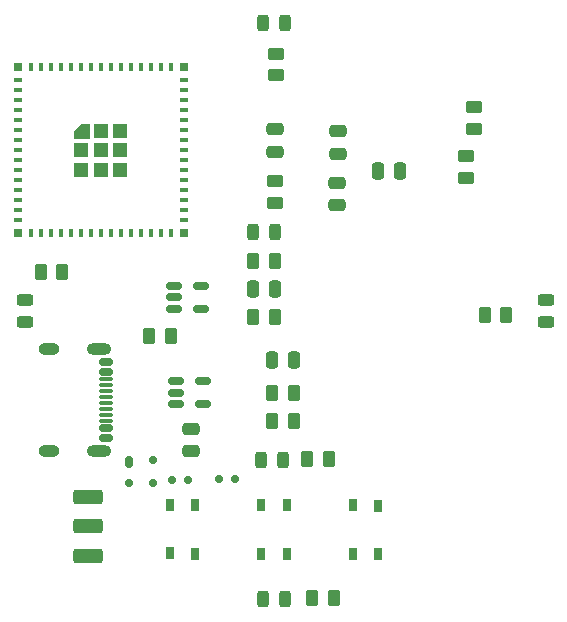
<source format=gbr>
%TF.GenerationSoftware,KiCad,Pcbnew,8.0.1*%
%TF.CreationDate,2024-05-04T10:24:30-07:00*%
%TF.ProjectId,schematic,73636865-6d61-4746-9963-2e6b69636164,rev?*%
%TF.SameCoordinates,Original*%
%TF.FileFunction,Paste,Top*%
%TF.FilePolarity,Positive*%
%FSLAX46Y46*%
G04 Gerber Fmt 4.6, Leading zero omitted, Abs format (unit mm)*
G04 Created by KiCad (PCBNEW 8.0.1) date 2024-05-04 10:24:30*
%MOMM*%
%LPD*%
G01*
G04 APERTURE LIST*
G04 Aperture macros list*
%AMRoundRect*
0 Rectangle with rounded corners*
0 $1 Rounding radius*
0 $2 $3 $4 $5 $6 $7 $8 $9 X,Y pos of 4 corners*
0 Add a 4 corners polygon primitive as box body*
4,1,4,$2,$3,$4,$5,$6,$7,$8,$9,$2,$3,0*
0 Add four circle primitives for the rounded corners*
1,1,$1+$1,$2,$3*
1,1,$1+$1,$4,$5*
1,1,$1+$1,$6,$7*
1,1,$1+$1,$8,$9*
0 Add four rect primitives between the rounded corners*
20,1,$1+$1,$2,$3,$4,$5,0*
20,1,$1+$1,$4,$5,$6,$7,0*
20,1,$1+$1,$6,$7,$8,$9,0*
20,1,$1+$1,$8,$9,$2,$3,0*%
G04 Aperture macros list end*
%ADD10C,0.010000*%
%ADD11RoundRect,0.250000X0.475000X-0.250000X0.475000X0.250000X-0.475000X0.250000X-0.475000X-0.250000X0*%
%ADD12RoundRect,0.175000X-0.175000X-0.325000X0.175000X-0.325000X0.175000X0.325000X-0.175000X0.325000X0*%
%ADD13RoundRect,0.150000X-0.200000X-0.150000X0.200000X-0.150000X0.200000X0.150000X-0.200000X0.150000X0*%
%ADD14RoundRect,0.243750X0.243750X0.456250X-0.243750X0.456250X-0.243750X-0.456250X0.243750X-0.456250X0*%
%ADD15RoundRect,0.250000X-0.450000X0.262500X-0.450000X-0.262500X0.450000X-0.262500X0.450000X0.262500X0*%
%ADD16RoundRect,0.150000X-0.512500X-0.150000X0.512500X-0.150000X0.512500X0.150000X-0.512500X0.150000X0*%
%ADD17RoundRect,0.250000X0.262500X0.450000X-0.262500X0.450000X-0.262500X-0.450000X0.262500X-0.450000X0*%
%ADD18R,0.650000X1.050000*%
%ADD19RoundRect,0.250000X-1.000000X0.375000X-1.000000X-0.375000X1.000000X-0.375000X1.000000X0.375000X0*%
%ADD20RoundRect,0.250000X-0.475000X0.250000X-0.475000X-0.250000X0.475000X-0.250000X0.475000X0.250000X0*%
%ADD21RoundRect,0.150000X0.150000X0.200000X-0.150000X0.200000X-0.150000X-0.200000X0.150000X-0.200000X0*%
%ADD22RoundRect,0.150000X-0.425000X0.150000X-0.425000X-0.150000X0.425000X-0.150000X0.425000X0.150000X0*%
%ADD23RoundRect,0.075000X-0.500000X0.075000X-0.500000X-0.075000X0.500000X-0.075000X0.500000X0.075000X0*%
%ADD24O,2.100000X1.000000*%
%ADD25O,1.800000X1.000000*%
%ADD26RoundRect,0.250000X-0.250000X-0.475000X0.250000X-0.475000X0.250000X0.475000X-0.250000X0.475000X0*%
%ADD27RoundRect,0.250000X-0.262500X-0.450000X0.262500X-0.450000X0.262500X0.450000X-0.262500X0.450000X0*%
%ADD28RoundRect,0.243750X0.456250X-0.243750X0.456250X0.243750X-0.456250X0.243750X-0.456250X-0.243750X0*%
%ADD29R,0.800000X0.400000*%
%ADD30R,0.400000X0.800000*%
%ADD31R,1.200000X1.200000*%
%ADD32R,0.800000X0.800000*%
%ADD33RoundRect,0.150000X-0.150000X-0.200000X0.150000X-0.200000X0.150000X0.200000X-0.150000X0.200000X0*%
%ADD34RoundRect,0.250000X0.450000X-0.262500X0.450000X0.262500X-0.450000X0.262500X-0.450000X-0.262500X0*%
%ADD35RoundRect,0.243750X-0.243750X-0.456250X0.243750X-0.456250X0.243750X0.456250X-0.243750X0.456250X0*%
G04 APERTURE END LIST*
D10*
%TO.C,U1*%
X128150000Y-69000000D02*
X126950000Y-69000000D01*
X126950000Y-68400000D01*
X127550000Y-67800000D01*
X128150000Y-67800000D01*
X128150000Y-69000000D01*
G36*
X128150000Y-69000000D02*
G01*
X126950000Y-69000000D01*
X126950000Y-68400000D01*
X127550000Y-67800000D01*
X128150000Y-67800000D01*
X128150000Y-69000000D01*
G37*
%TD*%
D11*
%TO.C,C5*%
X143900000Y-70200000D03*
X143900000Y-68300000D03*
%TD*%
D12*
%TO.C,D10*%
X131600000Y-96500000D03*
D13*
X131600000Y-98200000D03*
X133600000Y-98200000D03*
X133600000Y-96300000D03*
%TD*%
D14*
%TO.C,D6*%
X144775000Y-108050000D03*
X142900000Y-108050000D03*
%TD*%
D15*
%TO.C,R3*%
X160750000Y-66407500D03*
X160750000Y-68232500D03*
%TD*%
D16*
%TO.C,U6*%
X135531300Y-89631200D03*
X135531300Y-90581200D03*
X135531300Y-91531200D03*
X137806300Y-91531200D03*
X137806300Y-89631200D03*
%TD*%
D17*
%TO.C,R5*%
X145512500Y-93000000D03*
X143687500Y-93000000D03*
%TD*%
D18*
%TO.C,SW4*%
X137190000Y-100070000D03*
X137190000Y-104220000D03*
X135040000Y-100070000D03*
X135040000Y-104195000D03*
%TD*%
D17*
%TO.C,R9*%
X148912500Y-108000000D03*
X147087500Y-108000000D03*
%TD*%
D19*
%TO.C,S1*%
X128100000Y-99400000D03*
X128100000Y-101900000D03*
X128100000Y-104400000D03*
%TD*%
D20*
%TO.C,C6*%
X149200000Y-72800000D03*
X149200000Y-74700000D03*
%TD*%
D21*
%TO.C,D1*%
X139168800Y-97931200D03*
X140568800Y-97931200D03*
%TD*%
D17*
%TO.C,R1*%
X143912500Y-79400000D03*
X142087500Y-79400000D03*
%TD*%
D22*
%TO.C,J5*%
X129600000Y-88000000D03*
X129600000Y-88800000D03*
D23*
X129600000Y-89950000D03*
X129600000Y-90950000D03*
X129600000Y-91450000D03*
X129600000Y-92450000D03*
D22*
X129600000Y-93600000D03*
X129600000Y-94400000D03*
X129600000Y-94400000D03*
X129600000Y-93600000D03*
D23*
X129600000Y-92950000D03*
X129600000Y-91950000D03*
X129600000Y-90450000D03*
X129600000Y-89450000D03*
D22*
X129600000Y-88800000D03*
X129600000Y-88000000D03*
D24*
X129025000Y-86880000D03*
D25*
X124845000Y-86880000D03*
D24*
X129025000Y-95520000D03*
D25*
X124845000Y-95520000D03*
%TD*%
D14*
%TO.C,D7*%
X144772500Y-59280000D03*
X142897500Y-59280000D03*
%TD*%
D26*
%TO.C,C2*%
X143650000Y-87800000D03*
X145550000Y-87800000D03*
%TD*%
D17*
%TO.C,R13*%
X163512500Y-84000000D03*
X161687500Y-84000000D03*
%TD*%
D27*
%TO.C,R11*%
X146687500Y-96200000D03*
X148512500Y-96200000D03*
%TD*%
D18*
%TO.C,SW5*%
X144940000Y-100095000D03*
X144940000Y-104245000D03*
X142790000Y-100095000D03*
X142790000Y-104220000D03*
%TD*%
D27*
%TO.C,R4*%
X142087500Y-84200000D03*
X143912500Y-84200000D03*
%TD*%
%TO.C,R7*%
X133287500Y-85800000D03*
X135112500Y-85800000D03*
%TD*%
D28*
%TO.C,D5*%
X122785000Y-84587500D03*
X122785000Y-82712500D03*
%TD*%
D14*
%TO.C,D8*%
X144650000Y-96300000D03*
X142775000Y-96300000D03*
%TD*%
D28*
%TO.C,D9*%
X166850000Y-84587500D03*
X166850000Y-82712500D03*
%TD*%
D29*
%TO.C,U1*%
X122200000Y-64100000D03*
X122200000Y-64950000D03*
X122200000Y-65800000D03*
X122200000Y-66650000D03*
X122200000Y-67500000D03*
X122200000Y-68350000D03*
X122200000Y-69200000D03*
X122200000Y-70050000D03*
X122200000Y-70900000D03*
X122200000Y-71750000D03*
X122200000Y-72600000D03*
X122200000Y-73450000D03*
X122200000Y-74300000D03*
X122200000Y-75150000D03*
X122200000Y-76000000D03*
D30*
X123250000Y-77050000D03*
X124100000Y-77050000D03*
X124950000Y-77050000D03*
X125800000Y-77050000D03*
X126650000Y-77050000D03*
X127500000Y-77050000D03*
X128350000Y-77050000D03*
X129200000Y-77050000D03*
X130050000Y-77050000D03*
X130900000Y-77050000D03*
X131750000Y-77050000D03*
X132600000Y-77050000D03*
X133450000Y-77050000D03*
X134300000Y-77050000D03*
X135150000Y-77050000D03*
D29*
X136200000Y-76000000D03*
X136200000Y-75150000D03*
X136200000Y-74300000D03*
X136200000Y-73450000D03*
X136200000Y-72600000D03*
X136200000Y-71750000D03*
X136200000Y-70900000D03*
X136200000Y-70050000D03*
X136200000Y-69200000D03*
X136200000Y-68350000D03*
X136200000Y-67500000D03*
X136200000Y-66650000D03*
X136200000Y-65800000D03*
X136200000Y-64950000D03*
X136200000Y-64100000D03*
D30*
X135150000Y-63050000D03*
X134300000Y-63050000D03*
X133450000Y-63050000D03*
X132600000Y-63050000D03*
X131750000Y-63050000D03*
X130900000Y-63050000D03*
X130050000Y-63050000D03*
X129200000Y-63050000D03*
X128350000Y-63050000D03*
X127500000Y-63050000D03*
X126650000Y-63050000D03*
X125800000Y-63050000D03*
X124950000Y-63050000D03*
X124100000Y-63050000D03*
X123250000Y-63050000D03*
D31*
X129200000Y-70050000D03*
X129200000Y-68400000D03*
X130850000Y-68400000D03*
X130850000Y-70050000D03*
X130850000Y-71700000D03*
X129200000Y-71700000D03*
X127550000Y-71700000D03*
X127550000Y-70050000D03*
D32*
X122200000Y-63050000D03*
X122200000Y-77050000D03*
X136200000Y-77050000D03*
X136200000Y-63050000D03*
%TD*%
D18*
%TO.C,SW6*%
X150540000Y-104270000D03*
X150540000Y-100120000D03*
X152690000Y-104270000D03*
X152690000Y-100145000D03*
%TD*%
D11*
%TO.C,C7*%
X149300000Y-70350000D03*
X149300000Y-68450000D03*
%TD*%
D27*
%TO.C,R8*%
X124087500Y-80400000D03*
X125912500Y-80400000D03*
%TD*%
D26*
%TO.C,C1*%
X142050000Y-81800000D03*
X143950000Y-81800000D03*
%TD*%
D15*
%TO.C,R10*%
X144000000Y-61887500D03*
X144000000Y-63712500D03*
%TD*%
D33*
%TO.C,D2*%
X136600000Y-97981200D03*
X135200000Y-97981200D03*
%TD*%
D34*
%TO.C,R12*%
X143900000Y-74512500D03*
X143900000Y-72687500D03*
%TD*%
D17*
%TO.C,R6*%
X145512500Y-90600000D03*
X143687500Y-90600000D03*
%TD*%
D26*
%TO.C,C9*%
X152650000Y-71800000D03*
X154550000Y-71800000D03*
%TD*%
D20*
%TO.C,C8*%
X136868800Y-93631200D03*
X136868800Y-95531200D03*
%TD*%
D35*
%TO.C,D3*%
X142062500Y-77000000D03*
X143937500Y-77000000D03*
%TD*%
D16*
%TO.C,U2*%
X135400000Y-81562500D03*
X135400000Y-82512500D03*
X135400000Y-83462500D03*
X137675000Y-83462500D03*
X137675000Y-81562500D03*
%TD*%
D15*
%TO.C,R2*%
X160100000Y-70575000D03*
X160100000Y-72400000D03*
%TD*%
M02*

</source>
